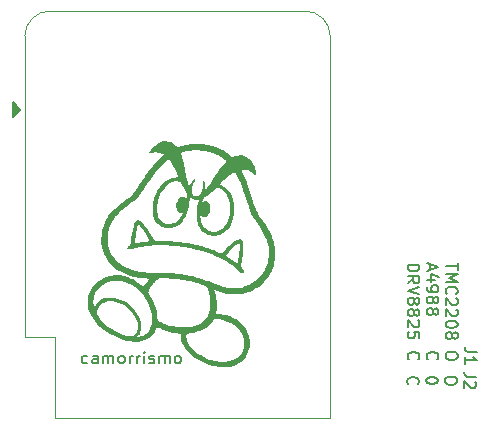
<source format=gbr>
%TF.GenerationSoftware,KiCad,Pcbnew,(6.0.7)*%
%TF.CreationDate,2022-09-22T21:27:18+02:00*%
%TF.ProjectId,PEQUENAreducida,50455155-454e-4417-9265-647563696461,rev?*%
%TF.SameCoordinates,Original*%
%TF.FileFunction,Legend,Top*%
%TF.FilePolarity,Positive*%
%FSLAX46Y46*%
G04 Gerber Fmt 4.6, Leading zero omitted, Abs format (unit mm)*
G04 Created by KiCad (PCBNEW (6.0.7)) date 2022-09-22 21:27:18*
%MOMM*%
%LPD*%
G01*
G04 APERTURE LIST*
%ADD10C,0.150000*%
%ADD11C,0.120000*%
G04 APERTURE END LIST*
D10*
X147637619Y-55391666D02*
X146923333Y-55391666D01*
X146780476Y-55344047D01*
X146685238Y-55248809D01*
X146637619Y-55105952D01*
X146637619Y-55010714D01*
X147542380Y-55820238D02*
X147590000Y-55867857D01*
X147637619Y-55963095D01*
X147637619Y-56201190D01*
X147590000Y-56296428D01*
X147542380Y-56344047D01*
X147447142Y-56391666D01*
X147351904Y-56391666D01*
X147209047Y-56344047D01*
X146637619Y-55772619D01*
X146637619Y-56391666D01*
X146027619Y-55629761D02*
X146027619Y-55820238D01*
X145980000Y-55915476D01*
X145884761Y-56010714D01*
X145694285Y-56058333D01*
X145360952Y-56058333D01*
X145170476Y-56010714D01*
X145075238Y-55915476D01*
X145027619Y-55820238D01*
X145027619Y-55629761D01*
X145075238Y-55534523D01*
X145170476Y-55439285D01*
X145360952Y-55391666D01*
X145694285Y-55391666D01*
X145884761Y-55439285D01*
X145980000Y-55534523D01*
X146027619Y-55629761D01*
X144417619Y-55677380D02*
X144417619Y-55772619D01*
X144370000Y-55867857D01*
X144322380Y-55915476D01*
X144227142Y-55963095D01*
X144036666Y-56010714D01*
X143798571Y-56010714D01*
X143608095Y-55963095D01*
X143512857Y-55915476D01*
X143465238Y-55867857D01*
X143417619Y-55772619D01*
X143417619Y-55677380D01*
X143465238Y-55582142D01*
X143512857Y-55534523D01*
X143608095Y-55486904D01*
X143798571Y-55439285D01*
X144036666Y-55439285D01*
X144227142Y-55486904D01*
X144322380Y-55534523D01*
X144370000Y-55582142D01*
X144417619Y-55677380D01*
X141902857Y-56034523D02*
X141855238Y-55986904D01*
X141807619Y-55844047D01*
X141807619Y-55748809D01*
X141855238Y-55605952D01*
X141950476Y-55510714D01*
X142045714Y-55463095D01*
X142236190Y-55415476D01*
X142379047Y-55415476D01*
X142569523Y-55463095D01*
X142664761Y-55510714D01*
X142760000Y-55605952D01*
X142807619Y-55748809D01*
X142807619Y-55844047D01*
X142760000Y-55986904D01*
X142712380Y-56034523D01*
X147687619Y-53291666D02*
X146973333Y-53291666D01*
X146830476Y-53244047D01*
X146735238Y-53148809D01*
X146687619Y-53005952D01*
X146687619Y-52910714D01*
X146687619Y-54291666D02*
X146687619Y-53720238D01*
X146687619Y-54005952D02*
X147687619Y-54005952D01*
X147544761Y-53910714D01*
X147449523Y-53815476D01*
X147401904Y-53720238D01*
X146077619Y-53529761D02*
X146077619Y-53720238D01*
X146030000Y-53815476D01*
X145934761Y-53910714D01*
X145744285Y-53958333D01*
X145410952Y-53958333D01*
X145220476Y-53910714D01*
X145125238Y-53815476D01*
X145077619Y-53720238D01*
X145077619Y-53529761D01*
X145125238Y-53434523D01*
X145220476Y-53339285D01*
X145410952Y-53291666D01*
X145744285Y-53291666D01*
X145934761Y-53339285D01*
X146030000Y-53434523D01*
X146077619Y-53529761D01*
X143562857Y-53934523D02*
X143515238Y-53886904D01*
X143467619Y-53744047D01*
X143467619Y-53648809D01*
X143515238Y-53505952D01*
X143610476Y-53410714D01*
X143705714Y-53363095D01*
X143896190Y-53315476D01*
X144039047Y-53315476D01*
X144229523Y-53363095D01*
X144324761Y-53410714D01*
X144420000Y-53505952D01*
X144467619Y-53648809D01*
X144467619Y-53744047D01*
X144420000Y-53886904D01*
X144372380Y-53934523D01*
X141952857Y-53934523D02*
X141905238Y-53886904D01*
X141857619Y-53744047D01*
X141857619Y-53648809D01*
X141905238Y-53505952D01*
X142000476Y-53410714D01*
X142095714Y-53363095D01*
X142286190Y-53315476D01*
X142429047Y-53315476D01*
X142619523Y-53363095D01*
X142714761Y-53410714D01*
X142810000Y-53505952D01*
X142857619Y-53648809D01*
X142857619Y-53744047D01*
X142810000Y-53886904D01*
X142762380Y-53934523D01*
X114747714Y-54220761D02*
X114652476Y-54268380D01*
X114462000Y-54268380D01*
X114366761Y-54220761D01*
X114319142Y-54173142D01*
X114271523Y-54077904D01*
X114271523Y-53792190D01*
X114319142Y-53696952D01*
X114366761Y-53649333D01*
X114462000Y-53601714D01*
X114652476Y-53601714D01*
X114747714Y-53649333D01*
X115604857Y-54268380D02*
X115604857Y-53744571D01*
X115557238Y-53649333D01*
X115462000Y-53601714D01*
X115271523Y-53601714D01*
X115176285Y-53649333D01*
X115604857Y-54220761D02*
X115509619Y-54268380D01*
X115271523Y-54268380D01*
X115176285Y-54220761D01*
X115128666Y-54125523D01*
X115128666Y-54030285D01*
X115176285Y-53935047D01*
X115271523Y-53887428D01*
X115509619Y-53887428D01*
X115604857Y-53839809D01*
X116081047Y-54268380D02*
X116081047Y-53601714D01*
X116081047Y-53696952D02*
X116128666Y-53649333D01*
X116223904Y-53601714D01*
X116366761Y-53601714D01*
X116462000Y-53649333D01*
X116509619Y-53744571D01*
X116509619Y-54268380D01*
X116509619Y-53744571D02*
X116557238Y-53649333D01*
X116652476Y-53601714D01*
X116795333Y-53601714D01*
X116890571Y-53649333D01*
X116938190Y-53744571D01*
X116938190Y-54268380D01*
X117557238Y-54268380D02*
X117462000Y-54220761D01*
X117414380Y-54173142D01*
X117366761Y-54077904D01*
X117366761Y-53792190D01*
X117414380Y-53696952D01*
X117462000Y-53649333D01*
X117557238Y-53601714D01*
X117700095Y-53601714D01*
X117795333Y-53649333D01*
X117842952Y-53696952D01*
X117890571Y-53792190D01*
X117890571Y-54077904D01*
X117842952Y-54173142D01*
X117795333Y-54220761D01*
X117700095Y-54268380D01*
X117557238Y-54268380D01*
X118319142Y-54268380D02*
X118319142Y-53601714D01*
X118319142Y-53792190D02*
X118366761Y-53696952D01*
X118414380Y-53649333D01*
X118509619Y-53601714D01*
X118604857Y-53601714D01*
X118938190Y-54268380D02*
X118938190Y-53601714D01*
X118938190Y-53792190D02*
X118985809Y-53696952D01*
X119033428Y-53649333D01*
X119128666Y-53601714D01*
X119223904Y-53601714D01*
X119557238Y-54268380D02*
X119557238Y-53601714D01*
X119557238Y-53268380D02*
X119509619Y-53316000D01*
X119557238Y-53363619D01*
X119604857Y-53316000D01*
X119557238Y-53268380D01*
X119557238Y-53363619D01*
X119985809Y-54220761D02*
X120081047Y-54268380D01*
X120271523Y-54268380D01*
X120366761Y-54220761D01*
X120414380Y-54125523D01*
X120414380Y-54077904D01*
X120366761Y-53982666D01*
X120271523Y-53935047D01*
X120128666Y-53935047D01*
X120033428Y-53887428D01*
X119985809Y-53792190D01*
X119985809Y-53744571D01*
X120033428Y-53649333D01*
X120128666Y-53601714D01*
X120271523Y-53601714D01*
X120366761Y-53649333D01*
X120842952Y-54268380D02*
X120842952Y-53601714D01*
X120842952Y-53696952D02*
X120890571Y-53649333D01*
X120985809Y-53601714D01*
X121128666Y-53601714D01*
X121223904Y-53649333D01*
X121271523Y-53744571D01*
X121271523Y-54268380D01*
X121271523Y-53744571D02*
X121319142Y-53649333D01*
X121414380Y-53601714D01*
X121557238Y-53601714D01*
X121652476Y-53649333D01*
X121700095Y-53744571D01*
X121700095Y-54268380D01*
X122319142Y-54268380D02*
X122223904Y-54220761D01*
X122176285Y-54173142D01*
X122128666Y-54077904D01*
X122128666Y-53792190D01*
X122176285Y-53696952D01*
X122223904Y-53649333D01*
X122319142Y-53601714D01*
X122462000Y-53601714D01*
X122557238Y-53649333D01*
X122604857Y-53696952D01*
X122652476Y-53792190D01*
X122652476Y-54077904D01*
X122604857Y-54173142D01*
X122557238Y-54220761D01*
X122462000Y-54268380D01*
X122319142Y-54268380D01*
X146077619Y-45767738D02*
X146077619Y-46339166D01*
X145077619Y-46053452D02*
X146077619Y-46053452D01*
X145077619Y-46672500D02*
X146077619Y-46672500D01*
X145363333Y-47005833D01*
X146077619Y-47339166D01*
X145077619Y-47339166D01*
X145172857Y-48386785D02*
X145125238Y-48339166D01*
X145077619Y-48196309D01*
X145077619Y-48101071D01*
X145125238Y-47958214D01*
X145220476Y-47862976D01*
X145315714Y-47815357D01*
X145506190Y-47767738D01*
X145649047Y-47767738D01*
X145839523Y-47815357D01*
X145934761Y-47862976D01*
X146030000Y-47958214D01*
X146077619Y-48101071D01*
X146077619Y-48196309D01*
X146030000Y-48339166D01*
X145982380Y-48386785D01*
X145982380Y-48767738D02*
X146030000Y-48815357D01*
X146077619Y-48910595D01*
X146077619Y-49148690D01*
X146030000Y-49243928D01*
X145982380Y-49291547D01*
X145887142Y-49339166D01*
X145791904Y-49339166D01*
X145649047Y-49291547D01*
X145077619Y-48720119D01*
X145077619Y-49339166D01*
X145982380Y-49720119D02*
X146030000Y-49767738D01*
X146077619Y-49862976D01*
X146077619Y-50101071D01*
X146030000Y-50196309D01*
X145982380Y-50243928D01*
X145887142Y-50291547D01*
X145791904Y-50291547D01*
X145649047Y-50243928D01*
X145077619Y-49672500D01*
X145077619Y-50291547D01*
X146077619Y-50910595D02*
X146077619Y-51005833D01*
X146030000Y-51101071D01*
X145982380Y-51148690D01*
X145887142Y-51196309D01*
X145696666Y-51243928D01*
X145458571Y-51243928D01*
X145268095Y-51196309D01*
X145172857Y-51148690D01*
X145125238Y-51101071D01*
X145077619Y-51005833D01*
X145077619Y-50910595D01*
X145125238Y-50815357D01*
X145172857Y-50767738D01*
X145268095Y-50720119D01*
X145458571Y-50672500D01*
X145696666Y-50672500D01*
X145887142Y-50720119D01*
X145982380Y-50767738D01*
X146030000Y-50815357D01*
X146077619Y-50910595D01*
X145649047Y-51815357D02*
X145696666Y-51720119D01*
X145744285Y-51672500D01*
X145839523Y-51624880D01*
X145887142Y-51624880D01*
X145982380Y-51672500D01*
X146030000Y-51720119D01*
X146077619Y-51815357D01*
X146077619Y-52005833D01*
X146030000Y-52101071D01*
X145982380Y-52148690D01*
X145887142Y-52196309D01*
X145839523Y-52196309D01*
X145744285Y-52148690D01*
X145696666Y-52101071D01*
X145649047Y-52005833D01*
X145649047Y-51815357D01*
X145601428Y-51720119D01*
X145553809Y-51672500D01*
X145458571Y-51624880D01*
X145268095Y-51624880D01*
X145172857Y-51672500D01*
X145125238Y-51720119D01*
X145077619Y-51815357D01*
X145077619Y-52005833D01*
X145125238Y-52101071D01*
X145172857Y-52148690D01*
X145268095Y-52196309D01*
X145458571Y-52196309D01*
X145553809Y-52148690D01*
X145601428Y-52101071D01*
X145649047Y-52005833D01*
X143753333Y-45862976D02*
X143753333Y-46339166D01*
X143467619Y-45767738D02*
X144467619Y-46101071D01*
X143467619Y-46434404D01*
X144134285Y-47196309D02*
X143467619Y-47196309D01*
X144515238Y-46958214D02*
X143800952Y-46720119D01*
X143800952Y-47339166D01*
X143467619Y-47767738D02*
X143467619Y-47958214D01*
X143515238Y-48053452D01*
X143562857Y-48101071D01*
X143705714Y-48196309D01*
X143896190Y-48243928D01*
X144277142Y-48243928D01*
X144372380Y-48196309D01*
X144420000Y-48148690D01*
X144467619Y-48053452D01*
X144467619Y-47862976D01*
X144420000Y-47767738D01*
X144372380Y-47720119D01*
X144277142Y-47672500D01*
X144039047Y-47672500D01*
X143943809Y-47720119D01*
X143896190Y-47767738D01*
X143848571Y-47862976D01*
X143848571Y-48053452D01*
X143896190Y-48148690D01*
X143943809Y-48196309D01*
X144039047Y-48243928D01*
X144039047Y-48815357D02*
X144086666Y-48720119D01*
X144134285Y-48672500D01*
X144229523Y-48624880D01*
X144277142Y-48624880D01*
X144372380Y-48672500D01*
X144420000Y-48720119D01*
X144467619Y-48815357D01*
X144467619Y-49005833D01*
X144420000Y-49101071D01*
X144372380Y-49148690D01*
X144277142Y-49196309D01*
X144229523Y-49196309D01*
X144134285Y-49148690D01*
X144086666Y-49101071D01*
X144039047Y-49005833D01*
X144039047Y-48815357D01*
X143991428Y-48720119D01*
X143943809Y-48672500D01*
X143848571Y-48624880D01*
X143658095Y-48624880D01*
X143562857Y-48672500D01*
X143515238Y-48720119D01*
X143467619Y-48815357D01*
X143467619Y-49005833D01*
X143515238Y-49101071D01*
X143562857Y-49148690D01*
X143658095Y-49196309D01*
X143848571Y-49196309D01*
X143943809Y-49148690D01*
X143991428Y-49101071D01*
X144039047Y-49005833D01*
X144039047Y-49767738D02*
X144086666Y-49672500D01*
X144134285Y-49624880D01*
X144229523Y-49577261D01*
X144277142Y-49577261D01*
X144372380Y-49624880D01*
X144420000Y-49672500D01*
X144467619Y-49767738D01*
X144467619Y-49958214D01*
X144420000Y-50053452D01*
X144372380Y-50101071D01*
X144277142Y-50148690D01*
X144229523Y-50148690D01*
X144134285Y-50101071D01*
X144086666Y-50053452D01*
X144039047Y-49958214D01*
X144039047Y-49767738D01*
X143991428Y-49672500D01*
X143943809Y-49624880D01*
X143848571Y-49577261D01*
X143658095Y-49577261D01*
X143562857Y-49624880D01*
X143515238Y-49672500D01*
X143467619Y-49767738D01*
X143467619Y-49958214D01*
X143515238Y-50053452D01*
X143562857Y-50101071D01*
X143658095Y-50148690D01*
X143848571Y-50148690D01*
X143943809Y-50101071D01*
X143991428Y-50053452D01*
X144039047Y-49958214D01*
X141857619Y-45910595D02*
X142857619Y-45910595D01*
X142857619Y-46148690D01*
X142810000Y-46291547D01*
X142714761Y-46386785D01*
X142619523Y-46434404D01*
X142429047Y-46482023D01*
X142286190Y-46482023D01*
X142095714Y-46434404D01*
X142000476Y-46386785D01*
X141905238Y-46291547D01*
X141857619Y-46148690D01*
X141857619Y-45910595D01*
X141857619Y-47482023D02*
X142333809Y-47148690D01*
X141857619Y-46910595D02*
X142857619Y-46910595D01*
X142857619Y-47291547D01*
X142810000Y-47386785D01*
X142762380Y-47434404D01*
X142667142Y-47482023D01*
X142524285Y-47482023D01*
X142429047Y-47434404D01*
X142381428Y-47386785D01*
X142333809Y-47291547D01*
X142333809Y-46910595D01*
X142857619Y-47767738D02*
X141857619Y-48101071D01*
X142857619Y-48434404D01*
X142429047Y-48910595D02*
X142476666Y-48815357D01*
X142524285Y-48767738D01*
X142619523Y-48720119D01*
X142667142Y-48720119D01*
X142762380Y-48767738D01*
X142810000Y-48815357D01*
X142857619Y-48910595D01*
X142857619Y-49101071D01*
X142810000Y-49196309D01*
X142762380Y-49243928D01*
X142667142Y-49291547D01*
X142619523Y-49291547D01*
X142524285Y-49243928D01*
X142476666Y-49196309D01*
X142429047Y-49101071D01*
X142429047Y-48910595D01*
X142381428Y-48815357D01*
X142333809Y-48767738D01*
X142238571Y-48720119D01*
X142048095Y-48720119D01*
X141952857Y-48767738D01*
X141905238Y-48815357D01*
X141857619Y-48910595D01*
X141857619Y-49101071D01*
X141905238Y-49196309D01*
X141952857Y-49243928D01*
X142048095Y-49291547D01*
X142238571Y-49291547D01*
X142333809Y-49243928D01*
X142381428Y-49196309D01*
X142429047Y-49101071D01*
X142429047Y-49862976D02*
X142476666Y-49767738D01*
X142524285Y-49720119D01*
X142619523Y-49672500D01*
X142667142Y-49672500D01*
X142762380Y-49720119D01*
X142810000Y-49767738D01*
X142857619Y-49862976D01*
X142857619Y-50053452D01*
X142810000Y-50148690D01*
X142762380Y-50196309D01*
X142667142Y-50243928D01*
X142619523Y-50243928D01*
X142524285Y-50196309D01*
X142476666Y-50148690D01*
X142429047Y-50053452D01*
X142429047Y-49862976D01*
X142381428Y-49767738D01*
X142333809Y-49720119D01*
X142238571Y-49672500D01*
X142048095Y-49672500D01*
X141952857Y-49720119D01*
X141905238Y-49767738D01*
X141857619Y-49862976D01*
X141857619Y-50053452D01*
X141905238Y-50148690D01*
X141952857Y-50196309D01*
X142048095Y-50243928D01*
X142238571Y-50243928D01*
X142333809Y-50196309D01*
X142381428Y-50148690D01*
X142429047Y-50053452D01*
X142762380Y-50624880D02*
X142810000Y-50672500D01*
X142857619Y-50767738D01*
X142857619Y-51005833D01*
X142810000Y-51101071D01*
X142762380Y-51148690D01*
X142667142Y-51196309D01*
X142571904Y-51196309D01*
X142429047Y-51148690D01*
X141857619Y-50577261D01*
X141857619Y-51196309D01*
X142857619Y-52101071D02*
X142857619Y-51624880D01*
X142381428Y-51577261D01*
X142429047Y-51624880D01*
X142476666Y-51720119D01*
X142476666Y-51958214D01*
X142429047Y-52053452D01*
X142381428Y-52101071D01*
X142286190Y-52148690D01*
X142048095Y-52148690D01*
X141952857Y-52101071D01*
X141905238Y-52053452D01*
X141857619Y-51958214D01*
X141857619Y-51720119D01*
X141905238Y-51624880D01*
X141952857Y-51577261D01*
D11*
%TO.C,WEMOS D1*%
X109444000Y-51998000D02*
X111984000Y-51998000D01*
X109444000Y-51998000D02*
X109444000Y-26568000D01*
X133184000Y-24438000D02*
X111574000Y-24438000D01*
X111984000Y-51998000D02*
X111984000Y-58898000D01*
X135304000Y-58898000D02*
X135304000Y-26568000D01*
X111984000Y-58898000D02*
X135304000Y-58898000D01*
X135304000Y-26568000D02*
G75*
G03*
X133174000Y-24438000I-2130000J0D01*
G01*
X111574000Y-24438000D02*
G75*
G03*
X109444000Y-26568000I2J-2130002D01*
G01*
G36*
X109039000Y-32778000D02*
G01*
X108404000Y-33413000D01*
X108404000Y-32143000D01*
X109039000Y-32778000D01*
G37*
D10*
X109039000Y-32778000D02*
X108404000Y-33413000D01*
X108404000Y-32143000D01*
X109039000Y-32778000D01*
%TO.C,G\u002A\u002A\u002A*%
G36*
X125017202Y-44926908D02*
G01*
X124528499Y-44763209D01*
X124038152Y-44627815D01*
X123725828Y-44557100D01*
X123655697Y-44542261D01*
X123577970Y-44525284D01*
X123553839Y-44519887D01*
X123477045Y-44503860D01*
X123395338Y-44488662D01*
X123372798Y-44484881D01*
X123314344Y-44475411D01*
X123233607Y-44462269D01*
X123144037Y-44447645D01*
X123101237Y-44440642D01*
X123002705Y-44425089D01*
X122897203Y-44409365D01*
X122802835Y-44396145D01*
X122775364Y-44392549D01*
X122681618Y-44380587D01*
X122578708Y-44367419D01*
X122494751Y-44356645D01*
X122341391Y-44337716D01*
X122198625Y-44322020D01*
X122060244Y-44309187D01*
X121920038Y-44298849D01*
X121771799Y-44290636D01*
X121609315Y-44284179D01*
X121426378Y-44279109D01*
X121216778Y-44275055D01*
X121091114Y-44273170D01*
X120892601Y-44270680D01*
X120725500Y-44269247D01*
X120585024Y-44268964D01*
X120466390Y-44269921D01*
X120364813Y-44272210D01*
X120275508Y-44275923D01*
X120193691Y-44281149D01*
X120114576Y-44287982D01*
X120068234Y-44292697D01*
X119826797Y-44319443D01*
X119615337Y-44345366D01*
X119427672Y-44371561D01*
X119257622Y-44399117D01*
X119099006Y-44429127D01*
X118945643Y-44462684D01*
X118791353Y-44500878D01*
X118629953Y-44544802D01*
X118611430Y-44550050D01*
X118480501Y-44584050D01*
X118369035Y-44606447D01*
X118281308Y-44616593D01*
X118221596Y-44613844D01*
X118210341Y-44610623D01*
X118148614Y-44573205D01*
X118117580Y-44523231D01*
X118116363Y-44465876D01*
X118144089Y-44406317D01*
X118199882Y-44349731D01*
X118260893Y-44311708D01*
X118318288Y-44278897D01*
X118358946Y-44243441D01*
X118386488Y-44197995D01*
X118404533Y-44135215D01*
X118416702Y-44047756D01*
X118418338Y-44029452D01*
X118775269Y-44029452D01*
X118777132Y-44049374D01*
X118780829Y-44062800D01*
X118784407Y-44070413D01*
X118794535Y-44089770D01*
X118804867Y-44099992D01*
X118823993Y-44101561D01*
X118860504Y-44094961D01*
X118922991Y-44080675D01*
X118931654Y-44078693D01*
X119004402Y-44063930D01*
X119104379Y-44046182D01*
X119222861Y-44026760D01*
X119351123Y-44006974D01*
X119480443Y-43988137D01*
X119602095Y-43971558D01*
X119707357Y-43958550D01*
X119782122Y-43950872D01*
X119863654Y-43943159D01*
X119919645Y-43932885D01*
X119951643Y-43915088D01*
X119961201Y-43884806D01*
X119949870Y-43837077D01*
X119919199Y-43766939D01*
X119870739Y-43669429D01*
X119870333Y-43668622D01*
X119697782Y-43343241D01*
X119521480Y-43046005D01*
X119336501Y-42768871D01*
X119231287Y-42624767D01*
X119165361Y-42541249D01*
X119114560Y-42487286D01*
X119076012Y-42461017D01*
X119046839Y-42460582D01*
X119024168Y-42484120D01*
X119021473Y-42488986D01*
X119004515Y-42533617D01*
X118983685Y-42607860D01*
X118960237Y-42705484D01*
X118935424Y-42820258D01*
X118910499Y-42945950D01*
X118886717Y-43076329D01*
X118865329Y-43205164D01*
X118847590Y-43326223D01*
X118838503Y-43398716D01*
X118819221Y-43567242D01*
X118803849Y-43703489D01*
X118792091Y-43811140D01*
X118783651Y-43893878D01*
X118778232Y-43955387D01*
X118775537Y-43999351D01*
X118775269Y-44029452D01*
X118418338Y-44029452D01*
X118422394Y-43984070D01*
X118440075Y-43804067D01*
X118464805Y-43611650D01*
X118495346Y-43413110D01*
X118530458Y-43214740D01*
X118568904Y-43022831D01*
X118609444Y-42843674D01*
X118650840Y-42683560D01*
X118691852Y-42548781D01*
X118720232Y-42471490D01*
X118785072Y-42329714D01*
X118850800Y-42223252D01*
X118918943Y-42151215D01*
X118991024Y-42112714D01*
X119068569Y-42106861D01*
X119153103Y-42132768D01*
X119227208Y-42176052D01*
X119328904Y-42258304D01*
X119442524Y-42372653D01*
X119566853Y-42517453D01*
X119700677Y-42691058D01*
X119842783Y-42891826D01*
X119991955Y-43118109D01*
X120146980Y-43368265D01*
X120301086Y-43630923D01*
X120348498Y-43713103D01*
X120390740Y-43785023D01*
X120423999Y-43840288D01*
X120444463Y-43872504D01*
X120447707Y-43876924D01*
X120463106Y-43883836D01*
X120498802Y-43889859D01*
X120557485Y-43895147D01*
X120641843Y-43899853D01*
X120754565Y-43904129D01*
X120898340Y-43908128D01*
X121059790Y-43911683D01*
X121467406Y-43923558D01*
X121843115Y-43942297D01*
X122190609Y-43968163D01*
X122513582Y-44001419D01*
X122748208Y-44032276D01*
X122827700Y-44043579D01*
X122922419Y-44056742D01*
X123010717Y-44068761D01*
X123310575Y-44114910D01*
X123635903Y-44175915D01*
X123979859Y-44250303D01*
X124335597Y-44336597D01*
X124676291Y-44427720D01*
X124801068Y-44465142D01*
X124949704Y-44513768D01*
X125112912Y-44570224D01*
X125281406Y-44631135D01*
X125445902Y-44693128D01*
X125597114Y-44752827D01*
X125725755Y-44806858D01*
X125753483Y-44819166D01*
X125835637Y-44856127D01*
X125911157Y-44890071D01*
X125970650Y-44916777D01*
X126000624Y-44930198D01*
X126047592Y-44947769D01*
X126083659Y-44955635D01*
X126085059Y-44955665D01*
X126108619Y-44942330D01*
X126146627Y-44906954D01*
X126191830Y-44856481D01*
X126203246Y-44842515D01*
X126308491Y-44720952D01*
X126437596Y-44587238D01*
X126583402Y-44447899D01*
X126738751Y-44309459D01*
X126896484Y-44178447D01*
X127049442Y-44061387D01*
X127098602Y-44026265D01*
X127256142Y-43922457D01*
X127398726Y-43841688D01*
X127524431Y-43784707D01*
X127631332Y-43752265D01*
X127717506Y-43745114D01*
X127776850Y-43761531D01*
X127825493Y-43800283D01*
X127864747Y-43858325D01*
X127895267Y-43938519D01*
X127917709Y-44043724D01*
X127932727Y-44176800D01*
X127940976Y-44340607D01*
X127943122Y-44487759D01*
X127934698Y-44807165D01*
X127908367Y-45127322D01*
X127865357Y-45437781D01*
X127806897Y-45728094D01*
X127788471Y-45802256D01*
X127763532Y-45903651D01*
X127749864Y-45977367D01*
X127747669Y-46030200D01*
X127757144Y-46068946D01*
X127778491Y-46100398D01*
X127797772Y-46119215D01*
X127870481Y-46195877D01*
X127936559Y-46286937D01*
X127988072Y-46380150D01*
X128015182Y-46454752D01*
X128027526Y-46512124D01*
X128028719Y-46547149D01*
X128017816Y-46572221D01*
X128005038Y-46587683D01*
X127952184Y-46632644D01*
X127900983Y-46645718D01*
X127880710Y-46643051D01*
X127841382Y-46624746D01*
X127777805Y-46582571D01*
X127691733Y-46517849D01*
X127584926Y-46431902D01*
X127459138Y-46326053D01*
X127455265Y-46322734D01*
X127138703Y-46064268D01*
X126823159Y-45833785D01*
X126498758Y-45624740D01*
X126155626Y-45430583D01*
X125952627Y-45326424D01*
X125542481Y-45137576D01*
X126462708Y-45137576D01*
X126474557Y-45158865D01*
X126491223Y-45167733D01*
X126529468Y-45186616D01*
X126568165Y-45210553D01*
X126597582Y-45229739D01*
X126652056Y-45264355D01*
X126725847Y-45310788D01*
X126813216Y-45365427D01*
X126907162Y-45423877D01*
X127007979Y-45487375D01*
X127105992Y-45550785D01*
X127193902Y-45609263D01*
X127264407Y-45657963D01*
X127305451Y-45688246D01*
X127357938Y-45728162D01*
X127399462Y-45757359D01*
X127421908Y-45770169D01*
X127422945Y-45770336D01*
X127440811Y-45756359D01*
X127452073Y-45738666D01*
X127462762Y-45705679D01*
X127478454Y-45639991D01*
X127498519Y-45544665D01*
X127522327Y-45422769D01*
X127549246Y-45277365D01*
X127564458Y-45192389D01*
X127585199Y-45060217D01*
X127602669Y-44919111D01*
X127616654Y-44774348D01*
X127626942Y-44631203D01*
X127633321Y-44494950D01*
X127635578Y-44370865D01*
X127633501Y-44264224D01*
X127626876Y-44180302D01*
X127615492Y-44124374D01*
X127608123Y-44108802D01*
X127585300Y-44081479D01*
X127561784Y-44072100D01*
X127529659Y-44081984D01*
X127481010Y-44112450D01*
X127448638Y-44135365D01*
X127312309Y-44240021D01*
X127162455Y-44366659D01*
X127006899Y-44508015D01*
X126853463Y-44656823D01*
X126709969Y-44805820D01*
X126624675Y-44900543D01*
X126549431Y-44989286D01*
X126498471Y-45056138D01*
X126470121Y-45104451D01*
X126462708Y-45137576D01*
X125542481Y-45137576D01*
X125494998Y-45115713D01*
X125017202Y-44926908D01*
G37*
G36*
X122655328Y-51854691D02*
G01*
X122648834Y-51799117D01*
X122639091Y-51771758D01*
X122637878Y-51770790D01*
X122610608Y-51763510D01*
X122558710Y-51756458D01*
X122497572Y-51751447D01*
X122324980Y-51734640D01*
X122129363Y-51704115D01*
X121920344Y-51661807D01*
X121707546Y-51609655D01*
X121511672Y-51553072D01*
X121372848Y-51508237D01*
X121252659Y-51465630D01*
X121139258Y-51420472D01*
X121020801Y-51367983D01*
X120885441Y-51303384D01*
X120851189Y-51286566D01*
X120756656Y-51240095D01*
X120688876Y-51210149D01*
X120641634Y-51198283D01*
X120608713Y-51206053D01*
X120583897Y-51235014D01*
X120560972Y-51286724D01*
X120533721Y-51362737D01*
X120532436Y-51366350D01*
X120438142Y-51578811D01*
X120314263Y-51772146D01*
X120163032Y-51944508D01*
X119986686Y-52094049D01*
X119787459Y-52218921D01*
X119567586Y-52317275D01*
X119329301Y-52387264D01*
X119286990Y-52396235D01*
X119140317Y-52417818D01*
X118970426Y-52429905D01*
X118789071Y-52432380D01*
X118608004Y-52425122D01*
X118438981Y-52408015D01*
X118417989Y-52404984D01*
X118091157Y-52341093D01*
X117754550Y-52245936D01*
X117406609Y-52118990D01*
X117045774Y-51959728D01*
X116937140Y-51906748D01*
X116651804Y-51758048D01*
X116397570Y-51610911D01*
X116169667Y-51462010D01*
X115963319Y-51308016D01*
X115773755Y-51145601D01*
X115597103Y-50972381D01*
X115377021Y-50717014D01*
X115188822Y-50444500D01*
X115032564Y-50154943D01*
X114939457Y-49925291D01*
X115560895Y-49925291D01*
X115576906Y-50063773D01*
X115625406Y-50208304D01*
X115707092Y-50360491D01*
X115817368Y-50515270D01*
X116021488Y-50747185D01*
X116257006Y-50967790D01*
X116520272Y-51174858D01*
X116807636Y-51366165D01*
X117115446Y-51539486D01*
X117440052Y-51692596D01*
X117777803Y-51823270D01*
X118125048Y-51929283D01*
X118146904Y-51935019D01*
X118221172Y-51955116D01*
X118281592Y-51972957D01*
X118319986Y-51986046D01*
X118329066Y-51990599D01*
X118357593Y-51998236D01*
X118409514Y-51995200D01*
X118474263Y-51983370D01*
X118541270Y-51964629D01*
X118595165Y-51943221D01*
X118710852Y-51869163D01*
X118816508Y-51765917D01*
X118907039Y-51640165D01*
X118977350Y-51498588D01*
X119010575Y-51398340D01*
X119035949Y-51237487D01*
X119032298Y-51060998D01*
X119001145Y-50872672D01*
X118944015Y-50676311D01*
X118862430Y-50475716D01*
X118757913Y-50274687D01*
X118631990Y-50077025D01*
X118486181Y-49886532D01*
X118339869Y-49725026D01*
X118123021Y-49525880D01*
X117895124Y-49360065D01*
X117652535Y-49225470D01*
X117391614Y-49119983D01*
X117197315Y-49062638D01*
X117129867Y-49046799D01*
X117065698Y-49035486D01*
X116996385Y-49027961D01*
X116913506Y-49023487D01*
X116808638Y-49021325D01*
X116719555Y-49020797D01*
X116600209Y-49020981D01*
X116509449Y-49022664D01*
X116439667Y-49026543D01*
X116383249Y-49033319D01*
X116332584Y-49043693D01*
X116280060Y-49058363D01*
X116266954Y-49062406D01*
X116112272Y-49119496D01*
X115984280Y-49187578D01*
X115873899Y-49272043D01*
X115813719Y-49331354D01*
X115698606Y-49477252D01*
X115617876Y-49631626D01*
X115572058Y-49793231D01*
X115560895Y-49925291D01*
X114939457Y-49925291D01*
X114908302Y-49848447D01*
X114825064Y-49563149D01*
X114812769Y-49501255D01*
X114803933Y-49428311D01*
X114798133Y-49337906D01*
X114794945Y-49223627D01*
X114793956Y-49092443D01*
X114794325Y-48964866D01*
X114794492Y-48956056D01*
X115255113Y-48956056D01*
X115255363Y-49038853D01*
X115258184Y-49146755D01*
X115264970Y-49285263D01*
X115275629Y-49394804D01*
X115289764Y-49474104D01*
X115306975Y-49521890D01*
X115326861Y-49536888D01*
X115349025Y-49517823D01*
X115364607Y-49486207D01*
X115442495Y-49316360D01*
X115527757Y-49176554D01*
X115625099Y-49060722D01*
X115739225Y-48962796D01*
X115805300Y-48917861D01*
X115975260Y-48829137D01*
X116168402Y-48760930D01*
X116377205Y-48714571D01*
X116594145Y-48691388D01*
X116811700Y-48692711D01*
X116974685Y-48711229D01*
X117292327Y-48781114D01*
X117593456Y-48882801D01*
X117876740Y-49015384D01*
X118140846Y-49177953D01*
X118384440Y-49369600D01*
X118606191Y-49589416D01*
X118804765Y-49836492D01*
X118947744Y-50056052D01*
X119082375Y-50303646D01*
X119185113Y-50537095D01*
X119256562Y-50758220D01*
X119297325Y-50968844D01*
X119308300Y-51143852D01*
X119300962Y-51326170D01*
X119277780Y-51481636D01*
X119236534Y-51616943D01*
X119175005Y-51738785D01*
X119090974Y-51853855D01*
X119061912Y-51887099D01*
X119016250Y-51939879D01*
X118982048Y-51983833D01*
X118965245Y-52011192D01*
X118964459Y-52014571D01*
X118980454Y-52030624D01*
X119025519Y-52032711D01*
X119095278Y-52020732D01*
X119107191Y-52017820D01*
X119163855Y-52004214D01*
X119234938Y-51988055D01*
X119272228Y-51979902D01*
X119332976Y-51962333D01*
X119412809Y-51933065D01*
X119498673Y-51897066D01*
X119540312Y-51877845D01*
X119709652Y-51777224D01*
X119856804Y-51649141D01*
X119980287Y-51495841D01*
X120078616Y-51319568D01*
X120150311Y-51122563D01*
X120193887Y-50907071D01*
X120196623Y-50884745D01*
X120210752Y-50694539D01*
X120212541Y-50487530D01*
X120202547Y-50277449D01*
X120181330Y-50078032D01*
X120158308Y-49943334D01*
X120073596Y-49612255D01*
X119959292Y-49292538D01*
X119817349Y-48987210D01*
X119649721Y-48699297D01*
X119458363Y-48431828D01*
X119271878Y-48218338D01*
X119906168Y-48218338D01*
X119907267Y-48235623D01*
X119912034Y-48254649D01*
X119923065Y-48280254D01*
X119942957Y-48317275D01*
X119974306Y-48370549D01*
X120019708Y-48444911D01*
X120080742Y-48543556D01*
X120194603Y-48740958D01*
X120301775Y-48953237D01*
X120397681Y-49170065D01*
X120477750Y-49381111D01*
X120536637Y-49573111D01*
X120595422Y-49824543D01*
X120640927Y-50077737D01*
X120670811Y-50318901D01*
X120677439Y-50402316D01*
X120689777Y-50589736D01*
X120764003Y-50643913D01*
X120825884Y-50683486D01*
X120913880Y-50732243D01*
X121020263Y-50786506D01*
X121137301Y-50842598D01*
X121257265Y-50896841D01*
X121372424Y-50945557D01*
X121475047Y-50985069D01*
X121498084Y-50993162D01*
X121752309Y-51072246D01*
X122012466Y-51136337D01*
X122290418Y-51188182D01*
X122431387Y-51209212D01*
X122479352Y-51212573D01*
X122556480Y-51214161D01*
X122655844Y-51214163D01*
X122770520Y-51212766D01*
X122893581Y-51210156D01*
X123018101Y-51206521D01*
X123137155Y-51202047D01*
X123243817Y-51196921D01*
X123331161Y-51191330D01*
X123392261Y-51185461D01*
X123409007Y-51182846D01*
X123564567Y-51149640D01*
X123719407Y-51111627D01*
X123864567Y-51071285D01*
X123991088Y-51031092D01*
X124083616Y-50996253D01*
X124243404Y-50917253D01*
X124403735Y-50817043D01*
X124551250Y-50704613D01*
X124644167Y-50618975D01*
X124793943Y-50441234D01*
X124917604Y-50239723D01*
X125014991Y-50015916D01*
X125085946Y-49771287D01*
X125130312Y-49507309D01*
X125147930Y-49225455D01*
X125138644Y-48927199D01*
X125102294Y-48614015D01*
X125038724Y-48287376D01*
X124947775Y-47948756D01*
X124934776Y-47906627D01*
X124892297Y-47770847D01*
X124729982Y-47705787D01*
X124600021Y-47655877D01*
X124451515Y-47602503D01*
X124291126Y-47547753D01*
X124125516Y-47493713D01*
X123961349Y-47442470D01*
X123805287Y-47396109D01*
X123663993Y-47356718D01*
X123544130Y-47326382D01*
X123463319Y-47309137D01*
X123414665Y-47299824D01*
X123341981Y-47285471D01*
X123256701Y-47268348D01*
X123200810Y-47256989D01*
X123029111Y-47223228D01*
X122863204Y-47193599D01*
X122691848Y-47166283D01*
X122503806Y-47139459D01*
X122349919Y-47119191D01*
X122281958Y-47112330D01*
X122183698Y-47104988D01*
X122061038Y-47097477D01*
X121919878Y-47090112D01*
X121766117Y-47083206D01*
X121605655Y-47077073D01*
X121483430Y-47073138D01*
X120825137Y-47053765D01*
X120727724Y-47112804D01*
X120640915Y-47171740D01*
X120541480Y-47249175D01*
X120440124Y-47335921D01*
X120347553Y-47422788D01*
X120274473Y-47500588D01*
X120270600Y-47505175D01*
X120205719Y-47590353D01*
X120139562Y-47690685D01*
X120075559Y-47799452D01*
X120017145Y-47909938D01*
X119967750Y-48015426D01*
X119930807Y-48109200D01*
X119909749Y-48184541D01*
X119906168Y-48218338D01*
X119271878Y-48218338D01*
X119245227Y-48187828D01*
X119012269Y-47970324D01*
X118764932Y-47784669D01*
X118660635Y-47719980D01*
X118535111Y-47649627D01*
X118400532Y-47579874D01*
X118269070Y-47516982D01*
X118152898Y-47467217D01*
X118133456Y-47459724D01*
X117991837Y-47412484D01*
X117830985Y-47368993D01*
X117661179Y-47331278D01*
X117492697Y-47301368D01*
X117335818Y-47281292D01*
X117200821Y-47273077D01*
X117187193Y-47272985D01*
X116956807Y-47288225D01*
X116719943Y-47332060D01*
X116485567Y-47401663D01*
X116262645Y-47494205D01*
X116060141Y-47606860D01*
X116000223Y-47647329D01*
X115810315Y-47801823D01*
X115647839Y-47976954D01*
X115511505Y-48174654D01*
X115400025Y-48396851D01*
X115312108Y-48645476D01*
X115296986Y-48699480D01*
X115278420Y-48771646D01*
X115265808Y-48832059D01*
X115258317Y-48890327D01*
X115255113Y-48956056D01*
X114794492Y-48956056D01*
X114796198Y-48865773D01*
X114800198Y-48787449D01*
X114806945Y-48722183D01*
X114817061Y-48662259D01*
X114831166Y-48599964D01*
X114834777Y-48585530D01*
X114884713Y-48414536D01*
X114948020Y-48237972D01*
X115018505Y-48072338D01*
X115056474Y-47994973D01*
X115101945Y-47916650D01*
X115163208Y-47823771D01*
X115233808Y-47724980D01*
X115307287Y-47628923D01*
X115377190Y-47544244D01*
X115437060Y-47479587D01*
X115451751Y-47465701D01*
X115643939Y-47310693D01*
X115859809Y-47169139D01*
X116088350Y-47047393D01*
X116318553Y-46951809D01*
X116375578Y-46932583D01*
X116500636Y-46894155D01*
X116606270Y-46866207D01*
X116706630Y-46845666D01*
X116815869Y-46829461D01*
X116891544Y-46820542D01*
X117205087Y-46803601D01*
X117517455Y-46822198D01*
X117829372Y-46876473D01*
X118141561Y-46966568D01*
X118454747Y-47092625D01*
X118569795Y-47147794D01*
X118748351Y-47241602D01*
X118908554Y-47336497D01*
X119062929Y-47440561D01*
X119223999Y-47561874D01*
X119277680Y-47604595D01*
X119348851Y-47661490D01*
X119409391Y-47709210D01*
X119454019Y-47743645D01*
X119477458Y-47760686D01*
X119479608Y-47761795D01*
X119491753Y-47747759D01*
X119519382Y-47709871D01*
X119557974Y-47654455D01*
X119589564Y-47607921D01*
X119647137Y-47528285D01*
X119719663Y-47436588D01*
X119796317Y-47346197D01*
X119844700Y-47292907D01*
X119903109Y-47229497D01*
X119951087Y-47174817D01*
X119983790Y-47134573D01*
X119996374Y-47114473D01*
X119996391Y-47114195D01*
X119983629Y-47104389D01*
X119943967Y-47095153D01*
X119875343Y-47086249D01*
X119775692Y-47077436D01*
X119642952Y-47068475D01*
X119561893Y-47063773D01*
X119148761Y-47024795D01*
X118748065Y-46954811D01*
X118362123Y-46854478D01*
X117993253Y-46724452D01*
X117643771Y-46565389D01*
X117470874Y-46471650D01*
X117282712Y-46352756D01*
X117092926Y-46212743D01*
X116908816Y-46058111D01*
X116737683Y-45895362D01*
X116586825Y-45730995D01*
X116469330Y-45579823D01*
X116294486Y-45300736D01*
X116152995Y-45009970D01*
X116044749Y-44706938D01*
X115969638Y-44391051D01*
X115927554Y-44061721D01*
X115918388Y-43718361D01*
X115919436Y-43702498D01*
X116484493Y-43702498D01*
X116485644Y-43854744D01*
X116489899Y-43999835D01*
X116497264Y-44129125D01*
X116507742Y-44233968D01*
X116510203Y-44251184D01*
X116565188Y-44502199D01*
X116652733Y-44754990D01*
X116770191Y-45002878D01*
X116882504Y-45191018D01*
X116962523Y-45300482D01*
X117065332Y-45422370D01*
X117183478Y-45549195D01*
X117309509Y-45673471D01*
X117435973Y-45787711D01*
X117555416Y-45884429D01*
X117615907Y-45927774D01*
X117884742Y-46089285D01*
X118180710Y-46229668D01*
X118500933Y-46348050D01*
X118842533Y-46443558D01*
X119202630Y-46515319D01*
X119578347Y-46562460D01*
X119751986Y-46575423D01*
X119804592Y-46577769D01*
X119889325Y-46580577D01*
X120002111Y-46583751D01*
X120138874Y-46587195D01*
X120295538Y-46590814D01*
X120468026Y-46594510D01*
X120652264Y-46598189D01*
X120844176Y-46601753D01*
X120939851Y-46603430D01*
X121132152Y-46607003D01*
X121317268Y-46610961D01*
X121491348Y-46615185D01*
X121650542Y-46619559D01*
X121790997Y-46623965D01*
X121908865Y-46628288D01*
X122000295Y-46632410D01*
X122061436Y-46636214D01*
X122080407Y-46638082D01*
X122149301Y-46646702D01*
X122242783Y-46657951D01*
X122349453Y-46670480D01*
X122457909Y-46682935D01*
X122476647Y-46685054D01*
X122604604Y-46701036D01*
X122748448Y-46721563D01*
X122898194Y-46744995D01*
X123043858Y-46769693D01*
X123175456Y-46794017D01*
X123283004Y-46816328D01*
X123300382Y-46820319D01*
X123350606Y-46831878D01*
X123423689Y-46848434D01*
X123507140Y-46867161D01*
X123544787Y-46875554D01*
X123677834Y-46907880D01*
X123838353Y-46951353D01*
X124020094Y-47003944D01*
X124216803Y-47063623D01*
X124422231Y-47128357D01*
X124630125Y-47196118D01*
X124834233Y-47264874D01*
X125028303Y-47332595D01*
X125206085Y-47397250D01*
X125361326Y-47456808D01*
X125463818Y-47498877D01*
X125541617Y-47529906D01*
X125645636Y-47568250D01*
X125767343Y-47611054D01*
X125898207Y-47655465D01*
X126029695Y-47698629D01*
X126153277Y-47737692D01*
X126260420Y-47769799D01*
X126333849Y-47789912D01*
X126466513Y-47822649D01*
X126577627Y-47847532D01*
X126680322Y-47867114D01*
X126787728Y-47883946D01*
X126884987Y-47897035D01*
X127009725Y-47911461D01*
X127115486Y-47919310D01*
X127214904Y-47920617D01*
X127320615Y-47915412D01*
X127445256Y-47903728D01*
X127491473Y-47898596D01*
X127804133Y-47845107D01*
X128106548Y-47757920D01*
X128396640Y-47638612D01*
X128672332Y-47488760D01*
X128931547Y-47309939D01*
X129172208Y-47103728D01*
X129392237Y-46871701D01*
X129589558Y-46615438D01*
X129762093Y-46336513D01*
X129889771Y-46078117D01*
X129997729Y-45790360D01*
X130074894Y-45489705D01*
X130120296Y-45182361D01*
X130132963Y-44874538D01*
X130117680Y-44620923D01*
X130106483Y-44523946D01*
X130095073Y-44443173D01*
X130081395Y-44369700D01*
X130063392Y-44294625D01*
X130039009Y-44209044D01*
X130006189Y-44104055D01*
X129978785Y-44019428D01*
X129921360Y-43851008D01*
X129861196Y-43691309D01*
X129795996Y-43535969D01*
X129723463Y-43380629D01*
X129641299Y-43220928D01*
X129547209Y-43052506D01*
X129438895Y-42871003D01*
X129314060Y-42672057D01*
X129170409Y-42451310D01*
X129085113Y-42322866D01*
X128992390Y-42183876D01*
X128912055Y-42062297D01*
X128842295Y-41954193D01*
X128781299Y-41855627D01*
X128727254Y-41762662D01*
X128678348Y-41671361D01*
X128632769Y-41577786D01*
X128588705Y-41478001D01*
X128544344Y-41368068D01*
X128497874Y-41244051D01*
X128447484Y-41102012D01*
X128391360Y-40938014D01*
X128327691Y-40748120D01*
X128254665Y-40528394D01*
X128242923Y-40493013D01*
X128156509Y-40233528D01*
X128080116Y-40006100D01*
X128012885Y-39808251D01*
X127953956Y-39637502D01*
X127902471Y-39491377D01*
X127857569Y-39367396D01*
X127818393Y-39263083D01*
X127800348Y-39216677D01*
X127711766Y-38999865D01*
X127613993Y-38774438D01*
X127512988Y-38553683D01*
X127414713Y-38350888D01*
X127390180Y-38302422D01*
X127335869Y-38197361D01*
X127294577Y-38120794D01*
X127263605Y-38068595D01*
X127240250Y-38036640D01*
X127221813Y-38020805D01*
X127205594Y-38016966D01*
X127203381Y-38017147D01*
X127170565Y-38030118D01*
X127115296Y-38061835D01*
X127043228Y-38108219D01*
X126960015Y-38165192D01*
X126871312Y-38228673D01*
X126782773Y-38294584D01*
X126700052Y-38358845D01*
X126628803Y-38417378D01*
X126574680Y-38466103D01*
X126559008Y-38482024D01*
X126536574Y-38503543D01*
X126495954Y-38540461D01*
X126450384Y-38580869D01*
X126389305Y-38636047D01*
X126318658Y-38702439D01*
X126242946Y-38775512D01*
X126166674Y-38850732D01*
X126094345Y-38923566D01*
X126030463Y-38989481D01*
X125979532Y-39043942D01*
X125946057Y-39082416D01*
X125934523Y-39100126D01*
X125950300Y-39115875D01*
X125992042Y-39138632D01*
X126051364Y-39163954D01*
X126063688Y-39168598D01*
X126216224Y-39232587D01*
X126347812Y-39306419D01*
X126470377Y-39397842D01*
X126595322Y-39514081D01*
X126748044Y-39690662D01*
X126876752Y-39889096D01*
X126982798Y-40111960D01*
X127067539Y-40361830D01*
X127093968Y-40462480D01*
X127152501Y-40768507D01*
X127180401Y-41076921D01*
X127178233Y-41383759D01*
X127146558Y-41685061D01*
X127085943Y-41976866D01*
X126996949Y-42255213D01*
X126880141Y-42516140D01*
X126776180Y-42695601D01*
X126708303Y-42788810D01*
X126620291Y-42891680D01*
X126520011Y-42996439D01*
X126415332Y-43095317D01*
X126314120Y-43180543D01*
X126224243Y-43244345D01*
X126214844Y-43250043D01*
X126002133Y-43357135D01*
X125786262Y-43428853D01*
X125569348Y-43465349D01*
X125353506Y-43466778D01*
X125140849Y-43433293D01*
X124933493Y-43365048D01*
X124733553Y-43262197D01*
X124547975Y-43128914D01*
X124389806Y-42974488D01*
X124255685Y-42794337D01*
X124146805Y-42590817D01*
X124064357Y-42366284D01*
X124009532Y-42123093D01*
X123997977Y-42041386D01*
X123988790Y-41938474D01*
X123982845Y-41813890D01*
X123982789Y-41811081D01*
X124312932Y-41811081D01*
X124313894Y-41866171D01*
X124321512Y-41941774D01*
X124334758Y-42030572D01*
X124352602Y-42125249D01*
X124374014Y-42218491D01*
X124388194Y-42270871D01*
X124463345Y-42476709D01*
X124561542Y-42654674D01*
X124683040Y-42805028D01*
X124828095Y-42928036D01*
X124996961Y-43023959D01*
X125185689Y-43091909D01*
X125309099Y-43114266D01*
X125450939Y-43121314D01*
X125597012Y-43113440D01*
X125733118Y-43091030D01*
X125789967Y-43075471D01*
X125967128Y-43000143D01*
X126132130Y-42892187D01*
X126283540Y-42753557D01*
X126419926Y-42586207D01*
X126539856Y-42392092D01*
X126641897Y-42173165D01*
X126724618Y-41931382D01*
X126773767Y-41733142D01*
X126815472Y-41472270D01*
X126832286Y-41210019D01*
X126825096Y-40950531D01*
X126794790Y-40697949D01*
X126742256Y-40456417D01*
X126668382Y-40230077D01*
X126574056Y-40023073D01*
X126460166Y-39839548D01*
X126336430Y-39692517D01*
X126199513Y-39573114D01*
X126054196Y-39482984D01*
X125904712Y-39424155D01*
X125755293Y-39398655D01*
X125721491Y-39397718D01*
X125623655Y-39397718D01*
X125376274Y-39637751D01*
X125251620Y-39756955D01*
X125145719Y-39853830D01*
X125052977Y-39932845D01*
X124967798Y-39998471D01*
X124884589Y-40055175D01*
X124797754Y-40107429D01*
X124766395Y-40124984D01*
X124686101Y-40173122D01*
X124626948Y-40220720D01*
X124582066Y-40276545D01*
X124544589Y-40349363D01*
X124507650Y-40447944D01*
X124503268Y-40460903D01*
X124481203Y-40536240D01*
X124476583Y-40581147D01*
X124490026Y-40597256D01*
X124522152Y-40586197D01*
X124545124Y-40571197D01*
X124621615Y-40536011D01*
X124714006Y-40521873D01*
X124808223Y-40529519D01*
X124879320Y-40553741D01*
X124961695Y-40613472D01*
X125034167Y-40699970D01*
X125088906Y-40803857D01*
X125089621Y-40805675D01*
X125104362Y-40865598D01*
X125114416Y-40951386D01*
X125119707Y-41052990D01*
X125120160Y-41160361D01*
X125115698Y-41263452D01*
X125106245Y-41352212D01*
X125094175Y-41409069D01*
X125034440Y-41564324D01*
X124958177Y-41693963D01*
X124867554Y-41795390D01*
X124764738Y-41866007D01*
X124688367Y-41895264D01*
X124588339Y-41906992D01*
X124496138Y-41884658D01*
X124410129Y-41829662D01*
X124363199Y-41795626D01*
X124329739Y-41781532D01*
X124319656Y-41783818D01*
X124312932Y-41811081D01*
X123982789Y-41811081D01*
X123980136Y-41677731D01*
X123980659Y-41540094D01*
X123984408Y-41411076D01*
X123991379Y-41300775D01*
X123998371Y-41238748D01*
X124026578Y-41068931D01*
X124061333Y-40895323D01*
X124099632Y-40731953D01*
X124132605Y-40612026D01*
X124159562Y-40522020D01*
X124174286Y-40461567D01*
X124173634Y-40425170D01*
X124154465Y-40407333D01*
X124113636Y-40402559D01*
X124048004Y-40405352D01*
X124015540Y-40407275D01*
X123935690Y-40410972D01*
X123879543Y-40409730D01*
X123834705Y-40401440D01*
X123788782Y-40383992D01*
X123739453Y-40360295D01*
X123668301Y-40320259D01*
X123599100Y-40273748D01*
X123556165Y-40239018D01*
X123512956Y-40203859D01*
X123477913Y-40183971D01*
X123464599Y-40182248D01*
X123453108Y-40203382D01*
X123440540Y-40254795D01*
X123428137Y-40330629D01*
X123421114Y-40387011D01*
X123378976Y-40700314D01*
X123325679Y-40989616D01*
X123262001Y-41251266D01*
X123188725Y-41481610D01*
X123185143Y-41491374D01*
X123076190Y-41748100D01*
X122947513Y-41983575D01*
X122801211Y-42195249D01*
X122639382Y-42380572D01*
X122464124Y-42536995D01*
X122277535Y-42661965D01*
X122181146Y-42711627D01*
X122060454Y-42761330D01*
X121943512Y-42794189D01*
X121818034Y-42812678D01*
X121671732Y-42819270D01*
X121645738Y-42819386D01*
X121480625Y-42812309D01*
X121333119Y-42788936D01*
X121189661Y-42746058D01*
X121036694Y-42680462D01*
X121015328Y-42670061D01*
X120850685Y-42575221D01*
X120708765Y-42462675D01*
X120587172Y-42329189D01*
X120483511Y-42171525D01*
X120395386Y-41986445D01*
X120320402Y-41770714D01*
X120301877Y-41705986D01*
X120292527Y-41651257D01*
X120285278Y-41567514D01*
X120280135Y-41461889D01*
X120277103Y-41341515D01*
X120276604Y-41271731D01*
X120636648Y-41271731D01*
X120646222Y-41414221D01*
X120684659Y-41638110D01*
X120746330Y-41838067D01*
X120830255Y-42012853D01*
X120935451Y-42161229D01*
X121060940Y-42281957D01*
X121205739Y-42373797D01*
X121368868Y-42435511D01*
X121471872Y-42457071D01*
X121542946Y-42466951D01*
X121601398Y-42471678D01*
X121659971Y-42471275D01*
X121731409Y-42465762D01*
X121806797Y-42457641D01*
X121980042Y-42419939D01*
X122146752Y-42347799D01*
X122305193Y-42242670D01*
X122453628Y-42106003D01*
X122590321Y-41939248D01*
X122713536Y-41743855D01*
X122754803Y-41665704D01*
X122785616Y-41602028D01*
X122808708Y-41549652D01*
X122820081Y-41517791D01*
X122820624Y-41514031D01*
X122807384Y-41502050D01*
X122765213Y-41503381D01*
X122743682Y-41506795D01*
X122663652Y-41517183D01*
X122602164Y-41513682D01*
X122543641Y-41494527D01*
X122515281Y-41480922D01*
X122420258Y-41412770D01*
X122347091Y-41318216D01*
X122296847Y-41200506D01*
X122270592Y-41062883D01*
X122269391Y-40908590D01*
X122285798Y-40782678D01*
X122323497Y-40633686D01*
X122377498Y-40496243D01*
X122444498Y-40375790D01*
X122521190Y-40277769D01*
X122604273Y-40207622D01*
X122649529Y-40183705D01*
X122710601Y-40167482D01*
X122787117Y-40159578D01*
X122864769Y-40160245D01*
X122929248Y-40169734D01*
X122953069Y-40178365D01*
X122991233Y-40203664D01*
X123037870Y-40241863D01*
X123051180Y-40254070D01*
X123088581Y-40284987D01*
X123115306Y-40298962D01*
X123121205Y-40298040D01*
X123126647Y-40276321D01*
X123132576Y-40226292D01*
X123138209Y-40155827D01*
X123142096Y-40087583D01*
X123151528Y-39888585D01*
X123069270Y-39756302D01*
X122987614Y-39615599D01*
X122899833Y-39447161D01*
X122809538Y-39258128D01*
X122749940Y-39124682D01*
X122711767Y-39040931D01*
X122677067Y-38981108D01*
X122638228Y-38939454D01*
X122587636Y-38910211D01*
X122517681Y-38887621D01*
X122420750Y-38865926D01*
X122403106Y-38862331D01*
X122293573Y-38845283D01*
X122194767Y-38843108D01*
X122094102Y-38856865D01*
X121978996Y-38887613D01*
X121935644Y-38901687D01*
X121763691Y-38977158D01*
X121595170Y-39085566D01*
X121432577Y-39223649D01*
X121278408Y-39388149D01*
X121135159Y-39575805D01*
X121005327Y-39783357D01*
X120891408Y-40007546D01*
X120795898Y-40245111D01*
X120723273Y-40484973D01*
X120682903Y-40675310D01*
X120654364Y-40877658D01*
X120638624Y-41080353D01*
X120636648Y-41271731D01*
X120276604Y-41271731D01*
X120276188Y-41213525D01*
X120277393Y-41085052D01*
X120280725Y-40963228D01*
X120286188Y-40855187D01*
X120293787Y-40768061D01*
X120301179Y-40719314D01*
X120381935Y-40381480D01*
X120479760Y-40073593D01*
X120595981Y-39792997D01*
X120731924Y-39537033D01*
X120888915Y-39303044D01*
X121068280Y-39088370D01*
X121163766Y-38990376D01*
X121342506Y-38834524D01*
X121527760Y-38711361D01*
X121725030Y-38617382D01*
X121783510Y-38595701D01*
X121852474Y-38572797D01*
X121912392Y-38556750D01*
X121973211Y-38546059D01*
X122044880Y-38539221D01*
X122137346Y-38534734D01*
X122200560Y-38532727D01*
X122309041Y-38529368D01*
X122385183Y-38524316D01*
X122432820Y-38514273D01*
X122455785Y-38495941D01*
X122457912Y-38466020D01*
X122443034Y-38421212D01*
X122414986Y-38358220D01*
X122411720Y-38351048D01*
X122381078Y-38283561D01*
X122351780Y-38218834D01*
X122336409Y-38184745D01*
X122317993Y-38144640D01*
X122287972Y-38080207D01*
X122250269Y-37999830D01*
X122208806Y-37911890D01*
X122202192Y-37897905D01*
X122163665Y-37816071D01*
X122131420Y-37746818D01*
X122108282Y-37696271D01*
X122097077Y-37670557D01*
X122096462Y-37668633D01*
X122087821Y-37651764D01*
X122063890Y-37608849D01*
X122027662Y-37545098D01*
X121982127Y-37465721D01*
X121930276Y-37375927D01*
X121875101Y-37280926D01*
X121819592Y-37185926D01*
X121806797Y-37164122D01*
X121757645Y-37084174D01*
X121714997Y-37028412D01*
X121673979Y-36996977D01*
X121629712Y-36990014D01*
X121577320Y-37007664D01*
X121511927Y-37050070D01*
X121428656Y-37117376D01*
X121359592Y-37177210D01*
X121171092Y-37348763D01*
X120989532Y-37527333D01*
X120812075Y-37716384D01*
X120635885Y-37919376D01*
X120458128Y-38139772D01*
X120275966Y-38381031D01*
X120086565Y-38646616D01*
X119887088Y-38939988D01*
X119770315Y-39117105D01*
X119629945Y-39331596D01*
X119506131Y-39518882D01*
X119395898Y-39682249D01*
X119296273Y-39824984D01*
X119204282Y-39950370D01*
X119116953Y-40061696D01*
X119031311Y-40162245D01*
X118944383Y-40255305D01*
X118853197Y-40344161D01*
X118754778Y-40432098D01*
X118646153Y-40522403D01*
X118524348Y-40618361D01*
X118386391Y-40723258D01*
X118229307Y-40840381D01*
X118173342Y-40881846D01*
X118075687Y-40954678D01*
X117971053Y-41033603D01*
X117870650Y-41110113D01*
X117785691Y-41175697D01*
X117769591Y-41188282D01*
X117698307Y-41247147D01*
X117613716Y-41321736D01*
X117520932Y-41407051D01*
X117425068Y-41498097D01*
X117331239Y-41589876D01*
X117244556Y-41677394D01*
X117170135Y-41755653D01*
X117113089Y-41819656D01*
X117080215Y-41861852D01*
X117048564Y-41909001D01*
X117005312Y-41973392D01*
X116959064Y-42042217D01*
X116952526Y-42051944D01*
X116795019Y-42318654D01*
X116667654Y-42605015D01*
X116570800Y-42910069D01*
X116510827Y-43194894D01*
X116499613Y-43289295D01*
X116491483Y-43411127D01*
X116486441Y-43551744D01*
X116484493Y-43702498D01*
X115919436Y-43702498D01*
X115942032Y-43360382D01*
X115994178Y-43009478D01*
X116011837Y-42930333D01*
X116038868Y-42828024D01*
X116072067Y-42713342D01*
X116108236Y-42597078D01*
X116144172Y-42490024D01*
X116166020Y-42430148D01*
X116196757Y-42357167D01*
X116240406Y-42263618D01*
X116292757Y-42157583D01*
X116349600Y-42047142D01*
X116406726Y-41940377D01*
X116459926Y-41845368D01*
X116504989Y-41770197D01*
X116527139Y-41736898D01*
X116624588Y-41613001D01*
X116750766Y-41473449D01*
X116903048Y-41320698D01*
X117078810Y-41157206D01*
X117275426Y-40985427D01*
X117490273Y-40807818D01*
X117679071Y-40658886D01*
X117763247Y-40593594D01*
X117843197Y-40531148D01*
X117911824Y-40477122D01*
X117962031Y-40437089D01*
X117976702Y-40425141D01*
X118022319Y-40389342D01*
X118058953Y-40363802D01*
X118070970Y-40357233D01*
X118106754Y-40335400D01*
X118162486Y-40292090D01*
X118233119Y-40232020D01*
X118313606Y-40159908D01*
X118398897Y-40080470D01*
X118483946Y-39998426D01*
X118563705Y-39918492D01*
X118633125Y-39845385D01*
X118687159Y-39783824D01*
X118695388Y-39773674D01*
X118746678Y-39706182D01*
X118814862Y-39611617D01*
X118897528Y-39493542D01*
X118992265Y-39355515D01*
X119096660Y-39201099D01*
X119208303Y-39033854D01*
X119324782Y-38857339D01*
X119443686Y-38675117D01*
X119532407Y-38537775D01*
X119591959Y-38446790D01*
X119660057Y-38345208D01*
X119724962Y-38250474D01*
X119745604Y-38220954D01*
X119794539Y-38151229D01*
X119838576Y-38088013D01*
X119871613Y-38040087D01*
X119883958Y-38021809D01*
X119904183Y-37993641D01*
X119942642Y-37942198D01*
X119995317Y-37872774D01*
X120058193Y-37790660D01*
X120127253Y-37701148D01*
X120131290Y-37695936D01*
X120198950Y-37612067D01*
X120281694Y-37515042D01*
X120375759Y-37408787D01*
X120477377Y-37297232D01*
X120582783Y-37184305D01*
X120688211Y-37073933D01*
X120789895Y-36970044D01*
X120884070Y-36876568D01*
X120966970Y-36797431D01*
X121034829Y-36736562D01*
X121083881Y-36697889D01*
X121094670Y-36691027D01*
X121138375Y-36656029D01*
X121173976Y-36611137D01*
X121190964Y-36570025D01*
X121191259Y-36565351D01*
X121188722Y-36561495D01*
X121177758Y-36555461D01*
X121153333Y-36545279D01*
X121110416Y-36528978D01*
X121043974Y-36504587D01*
X120948975Y-36470135D01*
X120937951Y-36466148D01*
X120899112Y-36452621D01*
X122665458Y-36452621D01*
X122667083Y-36478963D01*
X122678760Y-36531319D01*
X122698458Y-36601569D01*
X122718766Y-36665615D01*
X122745599Y-36751388D01*
X122777285Y-36860726D01*
X122810559Y-36981909D01*
X122842156Y-37103215D01*
X122854618Y-37153334D01*
X122882784Y-37269805D01*
X122906220Y-37370322D01*
X122926787Y-37463898D01*
X122946346Y-37559544D01*
X122966758Y-37666272D01*
X122989883Y-37793095D01*
X123009652Y-37904133D01*
X123026817Y-37999055D01*
X123045837Y-38101037D01*
X123063027Y-38190377D01*
X123065495Y-38202850D01*
X123083346Y-38292680D01*
X123103677Y-38395129D01*
X123121185Y-38483463D01*
X123152576Y-38634380D01*
X123185399Y-38778527D01*
X123218476Y-38911793D01*
X123250631Y-39030065D01*
X123280688Y-39129233D01*
X123307469Y-39205184D01*
X123329799Y-39253807D01*
X123346501Y-39270989D01*
X123346536Y-39270989D01*
X123359348Y-39255581D01*
X123378669Y-39216169D01*
X123391271Y-39184995D01*
X123437277Y-39084215D01*
X123497299Y-38983767D01*
X123566579Y-38889000D01*
X123640359Y-38805263D01*
X123713881Y-38737904D01*
X123782387Y-38692272D01*
X123841120Y-38673716D01*
X123846220Y-38673555D01*
X123880520Y-38684669D01*
X123886903Y-38716522D01*
X123865443Y-38766882D01*
X123842074Y-38801292D01*
X123766662Y-38921384D01*
X123701255Y-39068228D01*
X123665295Y-39172813D01*
X123612950Y-39369578D01*
X123587048Y-39542785D01*
X123587661Y-39693690D01*
X123614863Y-39823547D01*
X123668727Y-39933610D01*
X123712717Y-39989420D01*
X123803131Y-40068508D01*
X123896282Y-40111753D01*
X123993607Y-40119494D01*
X124096545Y-40092073D01*
X124113679Y-40084423D01*
X124227851Y-40012749D01*
X124322545Y-39913779D01*
X124398127Y-39786676D01*
X124454967Y-39630608D01*
X124493431Y-39444740D01*
X124513888Y-39228236D01*
X124516165Y-39171417D01*
X124520195Y-39049274D01*
X124524310Y-38958767D01*
X124529354Y-38895334D01*
X124536175Y-38854411D01*
X124545616Y-38831435D01*
X124558525Y-38821841D01*
X124575747Y-38821068D01*
X124580968Y-38821738D01*
X124625274Y-38845809D01*
X124664119Y-38901672D01*
X124696223Y-38985156D01*
X124720304Y-39092086D01*
X124735082Y-39218291D01*
X124739372Y-39337811D01*
X124741103Y-39416045D01*
X124745544Y-39480079D01*
X124751954Y-39521720D01*
X124757099Y-39533090D01*
X124781447Y-39530028D01*
X124806976Y-39511437D01*
X124848078Y-39463860D01*
X124906208Y-39386685D01*
X124980221Y-39281631D01*
X125068972Y-39150420D01*
X125171314Y-38994768D01*
X125286103Y-38816396D01*
X125412193Y-38617024D01*
X125546682Y-38401205D01*
X125764772Y-38068649D01*
X125991235Y-37761434D01*
X126222850Y-37483779D01*
X126357240Y-37339019D01*
X126430485Y-37260916D01*
X126484844Y-37197738D01*
X126517753Y-37152671D01*
X126526648Y-37128900D01*
X126526571Y-37128682D01*
X126508077Y-37107417D01*
X126465796Y-37070433D01*
X126405881Y-37022376D01*
X126334482Y-36967891D01*
X126257752Y-36911624D01*
X126181843Y-36858219D01*
X126112907Y-36812323D01*
X126082526Y-36793370D01*
X125969641Y-36730067D01*
X125833265Y-36661342D01*
X125684558Y-36592272D01*
X125534682Y-36527935D01*
X125394797Y-36473410D01*
X125328037Y-36450065D01*
X125205029Y-36410529D01*
X125092547Y-36377619D01*
X124977221Y-36347754D01*
X124845684Y-36317352D01*
X124775863Y-36302161D01*
X124589432Y-36269999D01*
X124377993Y-36246856D01*
X124151670Y-36232989D01*
X123920589Y-36228654D01*
X123694873Y-36234108D01*
X123484647Y-36249606D01*
X123354694Y-36266170D01*
X123170409Y-36296922D01*
X123011440Y-36328058D01*
X122879831Y-36359026D01*
X122777629Y-36389270D01*
X122706878Y-36418240D01*
X122669625Y-36445380D01*
X122665458Y-36452621D01*
X120899112Y-36452621D01*
X120873277Y-36443623D01*
X120819364Y-36428157D01*
X120766609Y-36418434D01*
X120705411Y-36413137D01*
X120626167Y-36410948D01*
X120532561Y-36410547D01*
X120417277Y-36411756D01*
X120328647Y-36416011D01*
X120257179Y-36424255D01*
X120193378Y-36437431D01*
X120155036Y-36448033D01*
X120071912Y-36469594D01*
X120017426Y-36475275D01*
X119987559Y-36464836D01*
X119978290Y-36438033D01*
X119978287Y-36437373D01*
X119991481Y-36386328D01*
X120028457Y-36316544D01*
X120085302Y-36232609D01*
X120158107Y-36139111D01*
X120242958Y-36040639D01*
X120335945Y-35941780D01*
X120433156Y-35847121D01*
X120530680Y-35761252D01*
X120603452Y-35704064D01*
X120784647Y-35591427D01*
X120975254Y-35513076D01*
X121172660Y-35469145D01*
X121374248Y-35459769D01*
X121577403Y-35485081D01*
X121779511Y-35545216D01*
X121967064Y-35634101D01*
X122074861Y-35700465D01*
X122178059Y-35773968D01*
X122265453Y-35846306D01*
X122303520Y-35883430D01*
X122351938Y-35923530D01*
X122403241Y-35937844D01*
X122467856Y-35927964D01*
X122507963Y-35914614D01*
X122644026Y-35870880D01*
X122816200Y-35826899D01*
X123024393Y-35782692D01*
X123268508Y-35738282D01*
X123309434Y-35731401D01*
X123490169Y-35708617D01*
X123696847Y-35694934D01*
X123920434Y-35690097D01*
X124151895Y-35693853D01*
X124382196Y-35705946D01*
X124602300Y-35726123D01*
X124803174Y-35754129D01*
X124920696Y-35776749D01*
X125070252Y-35809964D01*
X125185331Y-35836447D01*
X125266986Y-35856445D01*
X125309933Y-35868236D01*
X125634728Y-35976825D01*
X125934718Y-36099523D01*
X126219963Y-36240668D01*
X126369021Y-36324680D01*
X126443071Y-36368588D01*
X126505195Y-36406216D01*
X126548989Y-36433628D01*
X126568052Y-36446894D01*
X126568165Y-36447020D01*
X126586970Y-36463212D01*
X126624737Y-36492483D01*
X126649634Y-36511055D01*
X126696716Y-36547537D01*
X126759915Y-36598902D01*
X126828170Y-36656105D01*
X126853214Y-36677561D01*
X126911798Y-36726453D01*
X126961307Y-36764722D01*
X126994732Y-36787103D01*
X127003816Y-36790733D01*
X127027962Y-36785274D01*
X127078601Y-36770469D01*
X127147959Y-36748677D01*
X127216629Y-36726154D01*
X127432136Y-36670210D01*
X127642773Y-36647014D01*
X127845796Y-36656093D01*
X128038460Y-36696972D01*
X128218019Y-36769178D01*
X128381728Y-36872237D01*
X128463585Y-36941494D01*
X128581134Y-37061316D01*
X128676284Y-37182999D01*
X128759752Y-37320928D01*
X128790522Y-37380364D01*
X128848801Y-37510950D01*
X128901386Y-37655042D01*
X128946002Y-37803967D01*
X128980375Y-37949050D01*
X129002233Y-38081618D01*
X129009303Y-38192996D01*
X129008699Y-38212806D01*
X129004625Y-38272542D01*
X128997645Y-38304188D01*
X128983827Y-38315846D01*
X128959238Y-38315621D01*
X128958829Y-38315576D01*
X128920162Y-38297977D01*
X128868361Y-38255356D01*
X128826895Y-38212340D01*
X128731900Y-38123003D01*
X128613590Y-38037919D01*
X128484649Y-37965206D01*
X128360468Y-37913861D01*
X128291688Y-37895865D01*
X128200584Y-37878211D01*
X128100978Y-37863362D01*
X128037034Y-37856268D01*
X127933693Y-37847286D01*
X127860906Y-37845235D01*
X127816270Y-37854228D01*
X127797382Y-37878375D01*
X127801839Y-37921788D01*
X127827239Y-37988579D01*
X127871177Y-38082859D01*
X127886246Y-38114267D01*
X127955192Y-38260701D01*
X128021642Y-38408008D01*
X128086710Y-38559245D01*
X128151508Y-38717473D01*
X128217151Y-38885748D01*
X128284753Y-39067130D01*
X128355427Y-39264677D01*
X128430287Y-39481447D01*
X128510447Y-39720500D01*
X128597021Y-39984893D01*
X128691121Y-40277685D01*
X128793862Y-40601936D01*
X128805170Y-40637846D01*
X128867539Y-40832930D01*
X128924269Y-41001432D01*
X128978342Y-41149110D01*
X129032737Y-41281718D01*
X129090438Y-41405013D01*
X129154424Y-41524751D01*
X129227677Y-41646688D01*
X129313178Y-41776581D01*
X129413908Y-41920185D01*
X129532849Y-42083257D01*
X129602164Y-42176691D01*
X129714536Y-42336422D01*
X129832932Y-42520495D01*
X129952861Y-42720795D01*
X130069837Y-42929211D01*
X130179370Y-43137627D01*
X130276973Y-43337932D01*
X130358158Y-43522010D01*
X130388318Y-43597860D01*
X130451640Y-43779065D01*
X130510555Y-43976543D01*
X130562778Y-44180579D01*
X130606023Y-44381457D01*
X130638003Y-44569460D01*
X130656432Y-44734873D01*
X130656684Y-44738416D01*
X130660177Y-44818909D01*
X130661637Y-44924034D01*
X130661062Y-45042274D01*
X130658449Y-45162108D01*
X130656784Y-45209122D01*
X130632487Y-45508090D01*
X130582942Y-45788627D01*
X130505790Y-46060355D01*
X130398676Y-46332894D01*
X130361868Y-46413042D01*
X130231639Y-46664819D01*
X130088290Y-46894428D01*
X129925192Y-47111252D01*
X129735712Y-47324674D01*
X129669786Y-47392412D01*
X129458829Y-47592382D01*
X129249857Y-47763614D01*
X129034578Y-47912091D01*
X128804697Y-48043793D01*
X128680892Y-48105604D01*
X128393924Y-48228991D01*
X128109587Y-48322536D01*
X127816653Y-48389850D01*
X127772086Y-48397769D01*
X127687037Y-48408099D01*
X127574197Y-48415650D01*
X127441872Y-48420422D01*
X127298371Y-48422418D01*
X127152004Y-48421639D01*
X127011077Y-48418087D01*
X126883901Y-48411764D01*
X126778783Y-48402671D01*
X126740154Y-48397563D01*
X126527706Y-48356764D01*
X126288300Y-48295737D01*
X126024492Y-48215232D01*
X125738835Y-48115998D01*
X125586668Y-48058846D01*
X125535466Y-48042403D01*
X125498591Y-48036518D01*
X125488384Y-48038962D01*
X125486381Y-48061904D01*
X125494652Y-48107745D01*
X125506576Y-48150650D01*
X125548327Y-48295045D01*
X125590477Y-48462388D01*
X125629943Y-48639586D01*
X125663642Y-48813547D01*
X125666519Y-48829934D01*
X125677370Y-48917309D01*
X125685100Y-49031152D01*
X125689776Y-49163656D01*
X125691465Y-49307013D01*
X125690233Y-49453418D01*
X125686149Y-49595063D01*
X125679278Y-49724142D01*
X125669687Y-49832848D01*
X125657445Y-49913373D01*
X125657221Y-49914422D01*
X125641850Y-49991176D01*
X125635489Y-50039960D01*
X125637764Y-50067776D01*
X125648272Y-50081608D01*
X125676758Y-50088764D01*
X125730902Y-50094190D01*
X125800162Y-50096918D01*
X125816847Y-50097062D01*
X125927313Y-50102651D01*
X126062254Y-50117869D01*
X126211705Y-50141169D01*
X126365699Y-50171005D01*
X126508711Y-50204400D01*
X126793704Y-50293381D01*
X127065294Y-50409763D01*
X127320815Y-50551215D01*
X127557602Y-50715405D01*
X127772989Y-50900001D01*
X127964312Y-51102672D01*
X128128905Y-51321087D01*
X128264103Y-51552914D01*
X128367240Y-51795822D01*
X128383383Y-51844261D01*
X128411403Y-51933200D01*
X128431135Y-52000258D01*
X128445504Y-52057982D01*
X128457435Y-52118918D01*
X128469853Y-52195614D01*
X128478331Y-52251602D01*
X128495395Y-52385501D01*
X128502883Y-52505265D01*
X128500804Y-52624728D01*
X128489169Y-52757722D01*
X128478770Y-52841135D01*
X128434572Y-53090456D01*
X128371151Y-53313149D01*
X128285942Y-53514734D01*
X128176384Y-53700729D01*
X128039915Y-53876654D01*
X127955690Y-53967809D01*
X127768932Y-54135163D01*
X127561052Y-54275309D01*
X127331015Y-54388688D01*
X127077785Y-54475743D01*
X126800329Y-54536917D01*
X126550061Y-54568425D01*
X126379619Y-54580361D01*
X126225620Y-54583697D01*
X126072093Y-54578222D01*
X125903063Y-54563723D01*
X125862107Y-54559290D01*
X125603888Y-54524081D01*
X125364944Y-54476969D01*
X125132643Y-54414713D01*
X124894354Y-54334074D01*
X124721551Y-54266718D01*
X124553598Y-54192071D01*
X124373695Y-54101219D01*
X124190386Y-53999219D01*
X124012211Y-53891128D01*
X123847713Y-53782001D01*
X123705433Y-53676897D01*
X123653411Y-53634368D01*
X123415761Y-53417320D01*
X123209017Y-53196191D01*
X123033935Y-52972273D01*
X122891270Y-52746856D01*
X122781774Y-52521230D01*
X122706204Y-52296686D01*
X122665313Y-52074514D01*
X122658259Y-51942047D01*
X123125065Y-51942047D01*
X123132387Y-52039408D01*
X123149158Y-52144488D01*
X123174945Y-52250607D01*
X123201187Y-52330207D01*
X123275990Y-52495724D01*
X123377999Y-52670030D01*
X123502113Y-52845564D01*
X123643232Y-53014766D01*
X123713102Y-53089054D01*
X123904234Y-53265128D01*
X124124657Y-53434574D01*
X124367544Y-53593315D01*
X124626067Y-53737279D01*
X124893401Y-53862391D01*
X125162717Y-53964577D01*
X125201309Y-53977180D01*
X125316861Y-54010330D01*
X125452667Y-54043314D01*
X125596839Y-54073729D01*
X125737488Y-54099173D01*
X125862726Y-54117242D01*
X125925471Y-54123540D01*
X126015307Y-54127300D01*
X126126791Y-54127292D01*
X126249828Y-54123983D01*
X126374325Y-54117842D01*
X126490186Y-54109336D01*
X126587317Y-54098933D01*
X126640582Y-54090411D01*
X126813380Y-54051497D01*
X126963704Y-54006974D01*
X127105276Y-53952201D01*
X127245986Y-53885510D01*
X127340293Y-53835527D01*
X127414393Y-53790290D01*
X127479962Y-53741283D01*
X127548677Y-53679987D01*
X127610639Y-53619493D01*
X127689951Y-53537634D01*
X127748955Y-53468841D01*
X127795228Y-53403087D01*
X127836350Y-53330340D01*
X127850796Y-53301638D01*
X127902418Y-53190572D01*
X127940579Y-53090966D01*
X127967217Y-52993566D01*
X127984265Y-52889121D01*
X127993659Y-52768377D01*
X127997334Y-52622082D01*
X127997495Y-52600179D01*
X127996480Y-52451447D01*
X127991268Y-52333296D01*
X127981515Y-52240302D01*
X127971009Y-52183785D01*
X127898498Y-51931949D01*
X127801770Y-51703589D01*
X127679198Y-51496755D01*
X127529158Y-51309500D01*
X127350024Y-51139871D01*
X127140170Y-50985921D01*
X126897973Y-50845699D01*
X126824984Y-50809043D01*
X126627698Y-50722137D01*
X126417510Y-50646194D01*
X126202798Y-50583386D01*
X125991935Y-50535887D01*
X125793297Y-50505870D01*
X125616705Y-50495508D01*
X125537378Y-50495868D01*
X125486330Y-50498373D01*
X125455633Y-50505166D01*
X125437358Y-50518387D01*
X125423577Y-50540178D01*
X125419041Y-50548885D01*
X125349440Y-50663507D01*
X125255654Y-50788879D01*
X125144685Y-50917353D01*
X125023536Y-51041281D01*
X124899206Y-51153014D01*
X124787254Y-51239007D01*
X124723989Y-51278521D01*
X124636085Y-51327387D01*
X124532415Y-51381241D01*
X124421848Y-51435721D01*
X124313257Y-51486461D01*
X124215514Y-51529099D01*
X124137488Y-51559271D01*
X124133169Y-51560744D01*
X123953310Y-51615130D01*
X123756777Y-51663757D01*
X123558272Y-51703453D01*
X123372497Y-51731047D01*
X123316113Y-51736992D01*
X123248890Y-51744814D01*
X123194671Y-51754034D01*
X123164759Y-51762715D01*
X123164166Y-51763062D01*
X123140519Y-51797195D01*
X123127631Y-51859083D01*
X123125065Y-51942047D01*
X122658259Y-51942047D01*
X122657688Y-51931330D01*
X122655328Y-51854691D01*
G37*
%TD*%
M02*

</source>
